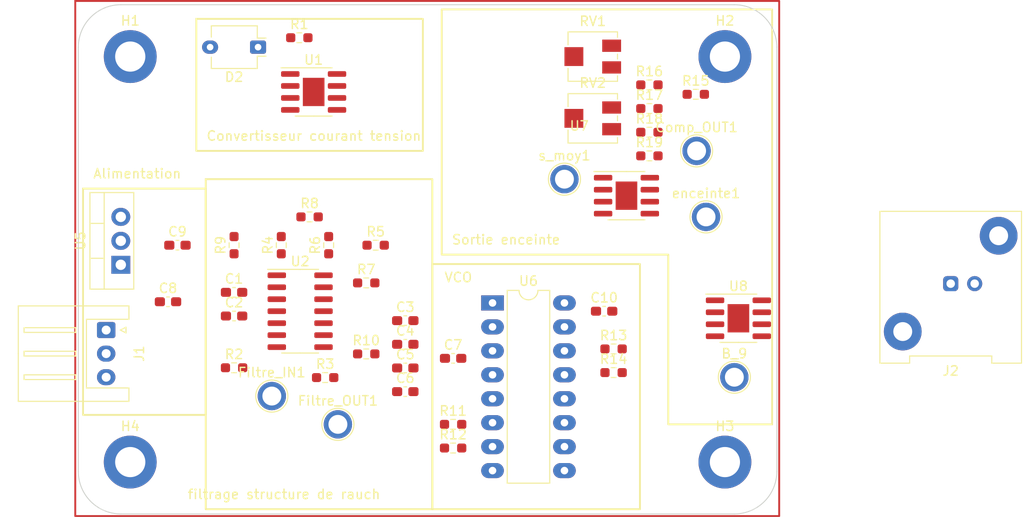
<source format=kicad_pcb>
(kicad_pcb (version 20221018) (generator pcbnew)
  (layers (0 "F.Cu" signal) (1 "In1.Cu" signal) (2 "In2.Cu" signal) (31 "B.Cu" signal) (34 "B.Paste" user) (35 "F.Paste" user) (36 "B.SilkS" user "B.Silkscreen") (37 "F.SilkS" user "F.Silkscreen") (38 "B.Mask" user) (39 "F.Mask" user) (44 "Edge.Cuts" user))
  (net 0 "")
  (net 1 "9")
  (net 2 "Net-(C1-Pad1)")
  (net 3 "Net-(U2A-+)")
  (net 4 "Net-(C2-Pad2)")
  (net 5 "Net-(C3-Pad1)")
  (net 6 "Net-(C3-Pad2)")
  (net 7 "Net-(U2B-+)")
  (net 8 "Net-(C5-Pad1)")
  (net 9 "Vfiltre")
  (net 10 "Net-(U2C-+)")
  (net 11 "Net-(U6-C1)")
  (net 12 "Net-(U6-C2)")
  (net 13 "+15V")
  (net 14 "GND")
  (net 15 "+5V")
  (net 16 "s_moy")
  (net 17 "Vcomp")
  (net 18 "Net-(D2-K)")
  (net 19 "enceinte")
  (net 20 "Vr")
  (net 21 "-15V")
  (net 22 "Net-(U6-R1)")
  (net 23 "Net-(U6-R2)")
  (net 24 "Net-(U6-SFout)")
  (net 25 "Net-(U6-PC1)")
  (net 26 "Net-(U8B-+)")
  (net 27 "Net-(R17-Pad1)")
  (net 28 "Net-(U8B--)")
  (net 29 "Net-(R18-Pad2)")
  (net 32 "VCO_OUT")
  (footprint "Package_TO_SOT_THT:TO-220-3_Vertical" (layer "F.Cu") (at 91 58.08 90)
    (fp_text reference "U5" (at 2.54 -4.27 90) (layer "F.SilkS"))
    (fp_text value "L7805")
    (fp_line (start -2.58 -3.27) (end -2.58 1.371) (stroke (width 0.12)) (layer "F.SilkS"))
    (fp_line (start -2.58 -3.27) (end 7.66 -3.27) (stroke (width 0.12)) (layer "F.SilkS"))
    (fp_line (start -2.58 -1.76) (end 7.66 -1.76) (stroke (width 0.12)) (layer "F.SilkS"))
    (fp_line (start -2.58 1.371) (end 7.66 1.371) (stroke (width 0.12)) (layer "F.SilkS"))
    (fp_line (start 0.69 -3.27) (end 0.69 -1.76) (stroke (width 0.12)) (layer "F.SilkS"))
    (fp_line (start 4.391 -3.27) (end 4.391 -1.76) (stroke (width 0.12)) (layer "F.SilkS"))
    (fp_line (start 7.66 -3.27) (end 7.66 1.371) (stroke (width 0.12)) (layer "F.SilkS"))
    (pad "1" thru_hole rect (at 0 0 90) (size 1.905 2) (drill 1.1) (layers "*.Cu" "*.Mask") (net 13 "+15V"))
    (pad "2" thru_hole oval (at 2.54 0 90) (size 1.905 2) (drill 1.1) (layers "*.Cu" "*.Mask") (net 14 "GND"))
    (pad "3" thru_hole oval (at 5.08 0 90) (size 1.905 2) (drill 1.1) (layers "*.Cu" "*.Mask") (net 15 "+5V"))
  )
  (footprint "Resistor_SMD:R_0603_1608Metric_Pad0.98x0.95mm_HandSolder" (layer "F.Cu") (at 151.9125 40)
    (fp_text reference "R15" (at 0 -1.43) (layer "F.SilkS"))
    (fp_text value "1k")
    (fp_line (start -0.254724 -0.5225) (end 0.254724 -0.5225) (stroke (width 0.12)) (layer "F.SilkS"))
    (fp_line (start -0.254724 0.5225) (end 0.254724 0.5225) (stroke (width 0.12)) (layer "F.SilkS"))
    (pad "1" smd roundrect (at -0.9125 0) (size 0.975 0.95) (layers "F.Cu" "F.Paste" "F.Mask") (net 15 "+5V"))
    (pad "2" smd roundrect (at 0.9125 0) (size 0.975 0.95) (layers "F.Cu" "F.Paste" "F.Mask") (net 17 "Vcomp"))
  )
  (footprint "MountingHole:MountingHole_3.2mm_M3_DIN965_Pad" (layer "F.Cu") (at 155 36)
    (fp_text reference "H2" (at 0 -3.8) (layer "F.SilkS"))
    (fp_text value "MountingHole_Pad")
    (pad "1" thru_hole circle (at 0 0) (size 5.6 5.6) (drill 3.2) (layers "*.Cu" "*.Mask") (net 14 "GND"))
  )
  (footprint "Resistor_SMD:R_0603_1608Metric_Pad0.98x0.95mm_HandSolder" (layer "F.Cu") (at 111 53)
    (fp_text reference "R8" (at 0 -1.43) (layer "F.SilkS"))
    (fp_text value "R")
    (fp_line (start -0.254724 -0.5225) (end 0.254724 -0.5225) (stroke (width 0.12)) (layer "F.SilkS"))
    (fp_line (start -0.254724 0.5225) (end 0.254724 0.5225) (stroke (width 0.12)) (layer "F.SilkS"))
    (pad "1" smd roundrect (at -0.9125 0) (size 0.975 0.95) (layers "F.Cu" "F.Paste" "F.Mask") (net 8 "Net-(C5-Pad1)"))
    (pad "2" smd roundrect (at 0.9125 0) (size 0.975 0.95) (layers "F.Cu" "F.Paste" "F.Mask") (net 6 "Net-(C3-Pad2)"))
  )
  (footprint "Capacitor_SMD:C_0603_1608Metric_Pad1.08x0.95mm_HandSolder" (layer "F.Cu") (at 121.1375 69.02)
    (fp_text reference "C5" (at 0 -1.43) (layer "F.SilkS"))
    (fp_text value "C")
    (fp_line (start -0.146267 -0.51) (end 0.146267 -0.51) (stroke (width 0.12)) (layer "F.SilkS"))
    (fp_line (start -0.146267 0.51) (end 0.146267 0.51) (stroke (width 0.12)) (layer "F.SilkS"))
    (pad "1" smd roundrect (at -0.8625 0) (size 1.075 0.95) (layers "F.Cu" "F.Paste" "F.Mask") (net 8 "Net-(C5-Pad1)"))
    (pad "2" smd roundrect (at 0.8625 0) (size 1.075 0.95) (layers "F.Cu" "F.Paste" "F.Mask") (net 9 "Vfiltre"))
  )
  (footprint "Resistor_SMD:R_0603_1608Metric_Pad0.98x0.95mm_HandSolder" (layer "F.Cu") (at 147 39)
    (fp_text reference "R16" (at 0 -1.43) (layer "F.SilkS"))
    (fp_text value "R")
    (fp_line (start -0.254724 -0.5225) (end 0.254724 -0.5225) (stroke (width 0.12)) (layer "F.SilkS"))
    (fp_line (start -0.254724 0.5225) (end 0.254724 0.5225) (stroke (width 0.12)) (layer "F.SilkS"))
    (pad "1" smd roundrect (at -0.9125 0) (size 0.975 0.95) (layers "F.Cu" "F.Paste" "F.Mask") (net 19 "enceinte"))
    (pad "2" smd roundrect (at 0.9125 0) (size 0.975 0.95) (layers "F.Cu" "F.Paste" "F.Mask") (net 26 "Net-(U8B-+)"))
  )
  (footprint "Resistor_SMD:R_0603_1608Metric_Pad0.98x0.95mm_HandSolder" (layer "F.Cu") (at 143.205 69.51)
    (fp_text reference "R14" (at 0 -1.43) (layer "F.SilkS"))
    (fp_text value "R")
    (fp_line (start -0.254724 -0.5225) (end 0.254724 -0.5225) (stroke (width 0.12)) (layer "F.SilkS"))
    (fp_line (start -0.254724 0.5225) (end 0.254724 0.5225) (stroke (width 0.12)) (layer "F.SilkS"))
    (pad "1" smd roundrect (at -0.9125 0) (size 0.975 0.95) (layers "F.Cu" "F.Paste" "F.Mask") (net 25 "Net-(U6-PC1)"))
    (pad "2" smd roundrect (at 0.9125 0) (size 0.975 0.95) (layers "F.Cu" "F.Paste" "F.Mask") (net 16 "s_moy"))
  )
  (footprint "TestPoint:TestPoint_Plated_Hole_D2.0mm" (layer "F.Cu") (at 107 72)
    (fp_text reference "Filtre_IN1" (at 0 -2.498) (layer "F.SilkS"))
    (fp_text value "TestPoint")
    (fp_circle (center 0 0) (end 0 -1.7) (stroke (width 0.12)) (fill none) (layer "F.SilkS"))
    (pad "1" thru_hole circle (at 0 0) (size 3 3) (drill 2) (layers "*.Cu" "*.Mask") (net 20 "Vr"))
  )
  (footprint "Resistor_SMD:R_0603_1608Metric_Pad0.98x0.95mm_HandSolder" (layer "F.Cu") (at 108 56 90)
    (fp_text reference "R4" (at 0 -1.43 90) (layer "F.SilkS"))
    (fp_text value "R")
    (fp_line (start -0.254724 -0.5225) (end 0.254724 -0.5225) (stroke (width 0.12)) (layer "F.SilkS"))
    (fp_line (start -0.254724 0.5225) (end 0.254724 0.5225) (stroke (width 0.12)) (layer "F.SilkS"))
    (pad "1" smd roundrect (at -0.9125 0 90) (size 0.975 0.95) (layers "F.Cu" "F.Paste" "F.Mask") (net 2 "Net-(C1-Pad1)"))
    (pad "2" smd roundrect (at 0.9125 0 90) (size 0.975 0.95) (layers "F.Cu" "F.Paste" "F.Mask") (net 14 "GND"))
  )
  (footprint "Resistor_SMD:R_0603_1608Metric_Pad0.98x0.95mm_HandSolder" (layer "F.Cu") (at 109.9125 34)
    (fp_text reference "R1" (at 0 -1.43) (layer "F.SilkS"))
    (fp_text value "R")
    (fp_line (start -0.254724 -0.5225) (end 0.254724 -0.5225) (stroke (width 0.12)) (layer "F.SilkS"))
    (fp_line (start -0.254724 0.5225) (end 0.254724 0.5225) (stroke (width 0.12)) (layer "F.SilkS"))
    (pad "1" smd roundrect (at -0.9125 0) (size 0.975 0.95) (layers "F.Cu" "F.Paste" "F.Mask") (net 18 "Net-(D2-K)"))
    (pad "2" smd roundrect (at 0.9125 0) (size 0.975 0.95) (layers "F.Cu" "F.Paste" "F.Mask") (net 20 "Vr"))
  )
  (footprint "Package_SO:SOIC-8-1EP_3.9x4.9mm_P1.27mm_EP2.29x3mm" (layer "F.Cu") (at 111.43 39.75)
    (fp_text reference "U1" (at 0 -3.4) (layer "F.SilkS"))
    (fp_text value "TL081")
    (fp_line (start 0 -2.56) (end -3.45 -2.56) (stroke (width 0.12)) (layer "F.SilkS"))
    (fp_line (start 0 -2.56) (end 1.95 -2.56) (stroke (width 0.12)) (layer "F.SilkS"))
    (fp_line (start 0 2.56) (end -1.95 2.56) (stroke (width 0.12)) (layer "F.SilkS"))
    (fp_line (start 0 2.56) (end 1.95 2.56) (stroke (width 0.12)) (layer "F.SilkS"))
    (pad "1" smd roundrect (at -2.475 -1.905) (size 1.95 0.6) (layers "F.Cu" "F.Paste" "F.Mask"))
    (pad "2" smd roundrect (at -2.475 -0.635) (size 1.95 0.6) (layers "F.Cu" "F.Paste" "F.Mask") (net 18 "Net-(D2-K)"))
    (pad "3" smd roundrect (at -2.475 0.635) (size 1.95 0.6) (layers "F.Cu" "F.Paste" "F.Mask") (net 14 "GND"))
    (pad "4" smd roundrect (at -2.475 1.905) (size 1.95 0.6) (layers "F.Cu" "F.Paste" "F.Mask") (net 21 "-15V"))
    (pad "5" smd roundrect (at 2.475 1.905) (size 1.95 0.6) (layers "F.Cu" "F.Paste" "F.Mask"))
    (pad "6" smd roundrect (at 2.475 0.635) (size 1.95 0.6) (layers "F.Cu" "F.Paste" "F.Mask") (net 20 "Vr"))
    (pad "7" smd roundrect (at 2.475 -0.635) (size 1.95 0.6) (layers "F.Cu" "F.Paste" "F.Mask") (net 13 "+15V"))
    (pad "8" smd roundrect (at 2.475 -1.905) (size 1.95 0.6) (layers "F.Cu" "F.Paste" "F.Mask"))
    (pad "9" smd rect (at 0 0) (size 2.29 3) (layers "F.Cu" "F.Mask"))
  )
  (footprint "Connector_JST:JST_XH_S3B-XH-A_1x03_P2.50mm_Horizontal" (layer "F.Cu") (at 89.45 65 -90)
    (fp_text reference "J1" (at 2.5 -3.5 90) (layer "F.SilkS"))
    (fp_text value "power switch JST")
    (fp_line (start -2.56 -2.41) (end -1.14 -2.41) (stroke (width 0.12)) (layer "F.SilkS"))
    (fp_line (start -2.56 9.31) (end -2.56 -2.41) (stroke (width 0.12)) (layer "F.SilkS"))
    (fp_line (start -1.14 -2.41) (end -1.14 2.09) (stroke (width 0.12)) (layer "F.SilkS"))
    (fp_line (start -1.14 2.09) (end 2.5 2.09) (stroke (width 0.12)) (layer "F.SilkS"))
    (fp_line (start -0.3 -2.1) (end 0.3 -2.1) (stroke (width 0.12)) (layer "F.SilkS"))
    (fp_line (start -0.25 3.2) (end -0.25 8.7) (stroke (width 0.12)) (layer "F.SilkS"))
    (fp_line (start -0.25 8.7) (end 0.25 8.7) (stroke (width 0.12)) (layer "F.SilkS"))
    (fp_line (start 0 -1.5) (end -0.3 -2.1) (stroke (width 0.12)) (layer "F.SilkS"))
    (fp_line (start 0.25 3.2) (end -0.25 3.2) (stroke (width 0.12)) (layer "F.SilkS"))
    (fp_line (start 0.25 8.7) (end 0.25 3.2) (stroke (width 0.12)) (layer "F.SilkS"))
    (fp_line (start 0.3 -2.1) (end 0 -1.5) (stroke (width 0.12)) (layer "F.SilkS"))
    (fp_line (start 2.25 3.2) (end 2.25 8.7) (stroke (width 0.12)) (layer "F.SilkS"))
    (fp_line (start 2.25 8.7) (end 2.75 8.7) (stroke (width 0.12)) (layer "F.SilkS"))
    (fp_line (start 2.5 9.31) (end -2.56 9.31) (stroke (width 0.12)) (layer "F.SilkS"))
    (fp_line (start 2.5 9.31) (end 7.56 9.31) (stroke (width 0.12)) (layer "F.SilkS"))
    (fp_line (start 2.75 3.2) (end 2.25 3.2) (stroke (width 0.12)) (layer "F.SilkS"))
    (fp_line (start 2.75 8.7) (end 2.75 3.2) (stroke (width 0.12)) (layer "F.SilkS"))
    (fp_line (start 4.75 3.2) (end 4.75 8.7) (stroke (width 0.12)) (layer "F.SilkS"))
    (fp_line (start 4.75 8.7) (end 5.25 8.7) (stroke (width 0.12)) (layer "F.SilkS"))
    (fp_line (start 5.25 3.2) (end 4.75 3.2) (stroke (width 0.12)) (layer "F.SilkS"))
    (fp_line (start 5.25 8.7) (end 5.25 3.2) (stroke (width 0.12)) (layer "F.SilkS"))
    (fp_line (start 6.14 -2.41) (end 6.14 2.09) (stroke (width 0.12)) (layer "F.SilkS"))
    (fp_line (start 6.14 2.09) (end 2.5 2.09) (stroke (width 0.12)) (layer "F.SilkS"))
    (fp_line (start 7.56 -2.41) (end 6.14 -2.41) (stroke (width 0.12)) (layer "F.SilkS"))
    (fp_line (start 7.56 9.31) (end 7.56 -2.41) (stroke (width 0.12)) (layer "F.SilkS"))
    (pad "1" thru_hole roundrect (at 0 0 270) (size 1.7 1.95) (drill 0.95) (layers "*.Cu" "*.Mask") (roundrect_rratio 0.147059) (net 21 "-15V"))
    (pad "2" thru_hole oval (at 2.5 0 270) (size 1.7 1.95) (drill 0.95) (layers "*.Cu" "*.Mask") (net 14 "GND"))
    (pad "3" thru_hole oval (at 5 0 270) (size 1.7 1.95) (drill 0.95) (layers "*.Cu" "*.Mask") (net 13 "+15V"))
  )
  (footprint "Resistor_SMD:R_0603_1608Metric_Pad0.98x0.95mm_HandSolder" (layer "F.Cu") (at 147 46.53)
    (fp_text reference "R19" (at 0 -1.43) (layer "F.SilkS"))
    (fp_text value "R")
    (fp_line (start -0.254724 -0.5225) (end 0.254724 -0.5225) (stroke (width 0.12)) (layer "F.SilkS"))
    (fp_line (start -0.254724 0.5225) (end 0.254724 0.5225) (stroke (width 0.12)) (layer "F.SilkS"))
    (pad "1" smd roundrect (at -0.9125 0) (size 0.975 0.95) (layers "F.Cu" "F.Paste" "F.Mask") (net 28 "Net-(U8B--)"))
    (pad "2" smd roundrect (at 0.9125 0) (size 0.975 0.95) (layers "F.Cu" "F.Paste" "F.Mask") (net 1 "9"))
  )
  (footprint "OptoDevice:Osram_DIL2_4.3x4.65mm_P5.08mm" (layer "F.Cu") (at 105.54 35 180)
    (fp_text reference "D2" (at 2.54 -3.17) (layer "F.SilkS"))
    (fp_text value "BP104")
    (fp_line (start 0.08 -2.26) (end 0.08 -0.96) (stroke (width 0.12)) (layer "F.SilkS"))
    (fp_line (start 0.08 -2.26) (end 4.95 -2.26) (stroke (width 0.12)) (layer "F.SilkS"))
    (fp_line (start 0.08 -0.96) (end -0.84 -0.96) (stroke (width 0.12)) (layer "F.SilkS"))
    (fp_line (start 0.08 0.96) (end -0.84 0.96) (stroke (width 0.12)) (layer "F.SilkS"))
    (fp_line (start 0.08 0.96) (end 0.08 2.26) (stroke (width 0.12)) (layer "F.SilkS"))
    (fp_line (start 4.95 -2.26) (end 4.95 -1.06) (stroke (width 0.12)) (layer "F.SilkS"))
    (fp_line (start 4.95 1.06) (end 4.95 2.26) (stroke (width 0.12)) (layer "F.SilkS"))
    (fp_line (start 4.95 2.26) (end 0.08 2.26) (stroke (width 0.12)) (layer "F.SilkS"))
    (pad "1" thru_hole roundrect (at 0 0 180) (size 1.7 1.4) (drill 0.7) (layers "*.Cu" "*.Mask") (roundrect_rratio 0.178) (net 18 "Net-(D2-K)"))
    (pad "2" thru_hole oval (at 5.08 0 180) (size 1.7 1.4) (drill 0.7) (layers "*.Cu" "*.Mask") (net 14 "GND"))
  )
  (footprint "Capacitor_SMD:C_0603_1608Metric_Pad1.08x0.95mm_HandSolder" (layer "F.Cu") (at 121.1375 71.53)
    (fp_text reference "C6" (at 0 -1.43) (layer "F.SilkS"))
    (fp_text value "C")
    (fp_line (start -0.146267 -0.51) (end 0.146267 -0.51) (stroke (width 0.12)) (layer "F.SilkS"))
    (fp_line (start -0.146267 0.51) (end 0.146267 0.51) (stroke (width 0.12)) (layer "F.SilkS"))
    (pad "1" smd roundrect (at -0.8625 0) (size 1.075 0.95) (layers "F.Cu" "F.Paste" "F.Mask") (net 8 "Net-(C5-Pad1)"))
    (pad "2" smd roundrect (at 0.8625 0) (size 1.075 0.95) (layers "F.Cu" "F.Paste" "F.Mask") (net 10 "Net-(U2C-+)"))
  )
  (footprint "TestPoint:TestPoint_Plated_Hole_D2.0mm" (layer "F.Cu") (at 114 75)
    (fp_text reference "Filtre_OUT1" (at 0 -2.498) (layer "F.SilkS"))
    (fp_text value "TestPoint")
    (fp_circle (center 0 0) (end 0 -1.7) (stroke (width 0.12)) (fill none) (layer "F.SilkS"))
    (pad "1" thru_hole circle (at 0 0) (size 3 3) (drill 2) (layers "*.Cu" "*.Mask") (net 9 "Vfiltre"))
  )
  (footprint "Package_SO:SOIC-8-1EP_3.9x4.9mm_P1.27mm_EP2.29x3mm" (layer "F.Cu") (at 144.57 50.75)
    (fp_text reference "U7" (at -5 -7.4) (layer "F.SilkS"))
    (fp_text value "LM311")
    (fp_line (start 0 -2.56) (end -3.45 -2.56) (stroke (width 0.12)) (layer "F.SilkS"))
    (fp_line (start 0 -2.56) (end 1.95 -2.56) (stroke (width 0.12)) (layer "F.SilkS"))
    (fp_line (start 0 2.56) (end -1.95 2.56) (stroke (width 0.12)) (layer "F.SilkS"))
    (fp_line (start 0 2.56) (end 1.95 2.56) (stroke (width 0.12)) (layer "F.SilkS"))
    (pad "1" smd roundrect (at -2.475 -1.905) (size 1.95 0.6) (layers "F.Cu" "F.Paste" "F.Mask") (net 14 "GND"))
    (pad "2" smd roundrect (at -2.475 -0.635) (size 1.95 0.6) (layers "F.Cu" "F.Paste" "F.Mask") (net 9 "Vfiltre"))
    (pad "3" smd roundrect (at -2.475 0.635) (size 1.95 0.6) (layers "F.Cu" "F.Paste" "F.Mask") (net 14 "GND"))
    (pad "4" smd roundrect (at -2.475 1.905) (size 1.95 0.6) (layers "F.Cu" "F.Paste" "F.Mask") (net 21 "-15V"))
    (pad "5" smd roundrect (at 2.475 1.905) (size 1.95 0.6) (layers "F.Cu" "F.Paste" "F.Mask"))
    (pad "6" smd roundrect (at 2.475 0.635) (size 1.95 0.6) (layers "F.Cu" "F.Paste" "F.Mask"))
    (pad "7" smd roundrect (at 2.475 -0.635) (size 1.95 0.6) (layers "F.Cu" "F.Paste" "F.Mask") (net 17 "Vcomp"))
    (pad "8" smd roundrect (at 2.475 -1.905) (size 1.95 0.6) (layers "F.Cu" "F.Paste" "F.Mask") (net 13 "+15V"))
    (pad "9" smd rect (at 0 0) (size 2.29 3) (layers "F.Cu" "F.Mask"))
  )
  (footprint "TestPoint:TestPoint_Plated_Hole_D2.0mm" (layer "F.Cu") (at 156 70)
    (fp_text reference "B_9" (at 0 -2.498) (layer "F.SilkS"))
    (fp_text value "TestPoint")
    (fp_circle (center 0 0) (end 0 -1.7) (stroke (width 0.12)) (fill none) (layer "F.SilkS"))
    (pad "1" thru_hole circle (at 0 0) (size 3 3) (drill 2) (layers "*.Cu" "*.Mask") (net 1 "9"))
  )
  (footprint "Resistor_SMD:R_0603_1608Metric_Pad0.98x0.95mm_HandSolder" (layer "F.Cu") (at 113.02 56 90)
    (fp_text reference "R6" (at 0 -1.43 90) (layer "F.SilkS"))
    (fp_text value "R")
    (fp_line (start -0.254724 -0.5225) (end 0.254724 -0.5225) (stroke (width 0.12)) (layer "F.SilkS"))
    (fp_line (start -0.254724 0.5225) (end 0.254724 0.5225) (stroke (width 0.12)) (layer "F.SilkS"))
    (pad "1" smd roundrect (at -0.9125 0 90) (size 0.975 0.95) (layers "F.Cu" "F.Paste" "F.Mask") (net 5 "Net-(C3-Pad1)"))
    (pad "2" smd roundrect (at 0.9125 0 90) (size 0.975 0.95) (layers "F.Cu" "F.Paste" "F.Mask") (net 14 "GND"))
  )
  (footprint "Capacitor_SMD:C_0603_1608Metric_Pad1.08x0.95mm_HandSolder" (layer "F.Cu") (at 103 61)
    (fp_text reference "C1" (at 0 -1.43) (layer "F.SilkS"))
    (fp_text value "C")
    (fp_line (start -0.146267 -0.51) (end 0.146267 -0.51) (stroke (width 0.12)) (layer "F.SilkS"))
    (fp_line (start -0.146267 0.51) (end 0.146267 0.51) (stroke (width 0.12)) (layer "F.SilkS"))
    (pad "1" smd roundrect (at -0.8625 0) (size 1.075 0.95) (layers "F.Cu" "F.Paste" "F.Mask") (net 2 "Net-(C1-Pad1)"))
    (pad "2" smd roundrect (at 0.8625 0) (size 1.075 0.95) (layers "F.Cu" "F.Paste" "F.Mask") (net 3 "Net-(U2A-+)"))
  )
  (footprint "Capacitor_SMD:C_0603_1608Metric_Pad1.08x0.95mm_HandSolder" (layer "F.Cu") (at 97 56)
    (fp_text reference "C9" (at 0 -1.43) (layer "F.SilkS"))
    (fp_text value "0,1uF")
    (fp_line (start -0.146267 -0.51) (end 0.146267 -0.51) (stroke (width 0.12)) (layer "F.SilkS"))
    (fp_line (start -0.146267 0.51) (end 0.146267 0.51) (stroke (width 0.12)) (layer "F.SilkS"))
    (pad "1" smd roundrect (at -0.8625 0) (size 1.075 0.95) (layers "F.Cu" "F.Paste" "F.Mask") (net 15 "+5V"))
    (pad "2" smd roundrect (at 0.8625 0) (size 1.075 0.95) (layers "F.Cu" "F.Paste" "F.Mask") (net 14 "GND"))
  )
  (footprint "MountingHole:MountingHole_3.2mm_M3_DIN965_Pad" (layer "F.Cu") (at 92 79)
    (fp_text reference "H4" (at 0 -3.8) (layer "F.SilkS"))
    (fp_text value "MountingHole_Pad")
    (pad "1" thru_hole circle (at 0 0) (size 5.6 5.6) (drill 3.2) (layers "*.Cu" "*.Mask") (net 14 "GND"))
  )
  (footprint "MountingHole:MountingHole_3.2mm_M3_DIN965_Pad" (layer "F.Cu") (at 92 36)
    (fp_text reference "H1" (at 0 -3.8) (layer "F.SilkS"))
    (fp_text value "MountingHole_Pad")
    (pad "1" thru_hole circle (at 0 0) (size 5.6 5.6) (drill 3.2) (layers "*.Cu" "*.Mask") (net 14 "GND"))
  )
  (footprint "TestPoint:TestPoint_Plated_Hole_D2.0mm" (layer "F.Cu") (at 153 53)
    (fp_text reference "enceinte1" (at 0 -2.498) (layer "F.SilkS"))
    (fp_text value "TestPoint")
    (fp_circle (center 0 0) (end 0 -1.7) (stroke (width 0.12)) (fill none) (layer "F.SilkS"))
    (pad "1" thru_hole circle (at 0 0) (size 3 3) (drill 2) (layers "*.Cu" "*.Mask") (net 19 "enceinte"))
  )
  (footprint "Capacitor_SMD:C_0603_1608Metric_Pad1.08x0.95mm_HandSolder" (layer "F.Cu") (at 103 63.51)
    (fp_text reference "C2" (at 0 -1.43) (layer "F.SilkS"))
    (fp_text value "C")
    (fp_line (start -0.146267 -0.51) (end 0.146267 -0.51) (stroke (width 0.12)) (layer "F.SilkS"))
    (fp_line (start -0.146267 0.51) (end 0.146267 0.51) (stroke (width 0.12)) (layer "F.SilkS"))
    (pad "1" smd roundrect (at -0.8625 0) (size 1.075 0.95) (layers "F.Cu" "F.Paste" "F.Mask") (net 2 "Net-(C1-Pad1)"))
    (pad "2" smd roundrect (at 0.8625 0) (size 1.075 0.95) (layers "F.Cu" "F.Paste" "F.Mask") (net 4 "Net-(C2-Pad2)"))
  )
  (footprint "Resistor_SMD:R_0603_1608Metric_Pad0.98x0.95mm_HandSolder" (layer "F.Cu") (at 143.205 67)
    (fp_text reference "R13" (at 0 -1.43) (layer "F.SilkS"))
    (fp_text value "R")
    (fp_line (start -0.254724 -0.5225) (end 0.254724 -0.5225) (stroke (width 0.12)) (layer "F.SilkS"))
    (fp_line (start -0.254724 0.5225) (end 0.254724 0.5225) (stroke (width 0.12)) (layer "F.SilkS"))
    (pad "1" smd roundrect (at -0.9125 0) (size 0.975 0.95) (layers "F.Cu" "F.Paste" "F.Mask") (net 24 "Net-(U6-SFout)"))
    (pad "2" smd roundrect (at 0.9125 0) (size 0.975 0.95) (layers "F.Cu" "F.Paste" "F.Mask") (net 14 "GND"))
  )
  (footprint "Resistor_SMD:R_0603_1608Metric_Pad0.98x0.95mm_HandSolder" (layer "F.Cu") (at 112.65 70.04)
    (fp_text reference "R3" (at 0 -1.43) (layer "F.SilkS"))
    (fp_text value "R")
    (fp_line (start -0.254724 -0.5225) (end 0.254724 -0.5225) (stroke (width 0.12)) (layer "F.SilkS"))
    (fp_line (start -0.254724 0.5225) (end 0.254724 0.5225) (stroke (width 0.12)) (layer "F.SilkS"))
    (pad "1" smd roundrect (at -0.9125 0) (size 0.975 0.95) (layers "F.Cu" "F.Paste" "F.Mask") (net 4 "Net-(C2-Pad2)"))
    (pad "2" smd roundrect (at 0.9125 0) (size 0.975 0.95) (layers "F.Cu" "F.Paste" "F.Mask") (net 3 "Net-(U2A-+)"))
  )
  (footprint "Connector_Coaxial:BNC_Amphenol_031-5539_Vertical" (layer "F.Cu") (at 178.92 60.08)
    (fp_text reference "J2" (at 0 9.25 180) (layer "F.SilkS"))
    (fp_text value "Conn_Coaxial")
    (fp_line (start -7.5 -7.67) (end 7.5 -7.67) (stroke (width 0.12)) (layer "F.SilkS"))
    (fp_line (start -7.5 8.43) (end -7.5 -7.67) (stroke (width 0.12)) (layer "F.SilkS"))
    (fp_line (start -4.35 7.67) (end -4.35 8.43) (stroke (width 0.12)) (layer "F.SilkS"))
    (fp_line (start -4.35 8.43) (end -7.5 8.43) (stroke (width 0.12)) (layer "F.SilkS"))
    (fp_line (start 4.35 7.67) (end -4.35 7.67) (stroke (width 0.12)) (layer "F.SilkS"))
    (fp_line (start 4.35 8.43) (end 4.35 7.67) (stroke (width 0.12)) (layer "F.SilkS"))
    (fp_line (start 7.5 -7.67) (end 7.5 8.43) (stroke (width 0.12)) (layer "F.SilkS"))
    (fp_line (start 7.5 8.43) (end 4.35 8.43) (stroke (width 0.12)) (layer "F.SilkS"))
    (pad "" thru_hole circle (at -5.08 5.08 180) (size 4 4) (drill 2) (layers "*.Cu" "*.Mask"))
    (pad "" thru_hole circle (at 5.08 -5.08 180) (size 4 4) (drill 2) (layers "*.Cu" "*.Mask"))
    (pad "1" thru_hole roundrect (at 0 0 180) (size 1.6 1.6) (drill 0.9) (layers "*.Cu" "*.Mask") (net 19 "enceinte"))
    (pad "2" thru_hole circle (at 2.54 0 180) (size 1.6 1.6) (drill 0.9) (layers "*.Cu" "*.Mask") (net 14 "GND"))
  )
  (footprint "Capacitor_SMD:C_0603_1608Metric_Pad1.08x0.95mm_HandSolder" (layer "F.Cu") (at 96 62)
    (fp_text reference "C8" (at 0 -1.43) (layer "F.SilkS"))
    (fp_text value "0,33uF")
    (fp_line (start -0.146267 -0.51) (end 0.146267 -0.51) (stroke (width 0.12)) (layer "F.SilkS"))
    (fp_line (start -0.146267 0.51) (end 0.146267 0.51) (stroke (width 0.12)) (layer "F.SilkS"))
    (pad "1" smd roundrect (at -0.8625 0) (size 1.075 0.95) (layers "F.Cu" "F.Paste" "F.Mask") (net 13 "+15V"))
    (pad "2" smd roundrect (at 0.8625 0) (size 1.075 0.95) (layers "F.Cu" "F.Paste" "F.Mask") (net 14 "GND"))
  )
  (footprint "Resistor_SMD:R_0603_1608Metric_Pad0.98x0.95mm_HandSolder" (layer "F.Cu") (at 126.205 75)
    (fp_text reference "R11" (at 0 -1.43) (layer "F.SilkS"))
    (fp_text value "R")
    (fp_line (start -0.254724 -0.5225) (end 0.254724 -0.5225) (stroke (width 0.12)) (layer "F.SilkS"))
    (fp_line (start -0.254724 0.5225) (end 0.254724 0.5225) (stroke (width 0.12)) (layer "F.SilkS"))
    (pad "1" smd roundrect (at -0.9125 0) (size 0.975 0.95) (layers "F.Cu" "F.Paste" "F.Mask") (net 22 "Net-(U6-R1)"))
    (pad "2" smd roundrect (at 0.9125 0) (size 0.975 0.95) (layers "F.Cu" "F.Paste" "F.Mask") (net 14 "GND"))
  )
  (footprint "Capacitor_SMD:C_0603_1608Metric_Pad1.08x0.95mm_HandSolder" (layer "F.Cu") (at 121.1375 64)
    (fp_text reference "C3" (at 0 -1.43) (layer "F.SilkS"))
    (fp_text value "C")
    (fp_line (start -0.146267 -0.51) (end 0.146267 -0.51) (stroke (width 0.12)) (layer "F.SilkS"))
    (fp_line (start -0.146267 0.51) (end 0.146267 0.51) (stroke (width 0.12)) (layer "F.SilkS"))
    (pad "1" smd roundrect (at -0.8625 0) (size 1.075 0.95) (layers "F.Cu" "F.Paste" "F.Mask") (net 5 "Net-(C3-Pad1)"))
    (pad "2" smd roundrect (at 0.8625 0) (size 1.075 0.95) (layers "F.Cu" "F.Paste" "F.Mask") (net 6 "Net-(C3-Pad2)"))
  )
  (footprint "Resistor_SMD:R_0603_1608Metric_Pad0.98x0.95mm_HandSolder" (layer "F.Cu") (at 117 60)
    (fp_text reference "R7" (at 0 -1.43) (layer "F.SilkS"))
    (fp_text value "R")
    (fp_line (start -0.254724 -0.5225) (end 0.254724 -0.5225) (stroke (width 0.12)) (layer "F.SilkS"))
    (fp_line (start -0.254724 0.5225) (end 0.254724 0.5225) (stroke (width 0.12)) (layer "F.SilkS"))
    (pad "1" smd roundrect (at -0.9125 0) (size 0.975 0.95) (layers "F.Cu" "F.Paste" "F.Mask") (net 6 "Net-(C3-Pad2)"))
    (pad "2" smd roundrect (at 0.9125 0) (size 0.975 0.95) (layers "F.Cu" "F.Paste" "F.Mask") (net 7 "Net-(U2B-+)"))
  )
  (footprint "Potentiometer_SMD:Potentiometer_Vishay_TS53YJ_Vertical" (layer "F.Cu") (at 141 36)
    (fp_text reference "RV1" (at 0 -3.75) (layer "F.SilkS"))
    (fp_text value "R_Potentiometer")
    (fp_line (start -2.62 -2.62) (end -2.62 -1.24) (stroke (width 0.12)) (layer "F.SilkS"))
    (fp_line (start -2.62 -2.62) (end 2.62 -2.62) (stroke (width 0.12)) (layer "F.SilkS"))
    (fp_line (start -2.62 1.24) (end -2.62 2.62) (stroke (width 0.12)) (layer "F.SilkS"))
    (fp_line (start -2.62 2.62) (end 2.62 2.62) (stroke (width 0.12)) (layer "F.SilkS"))
    (fp_line (start 2.62 -2.62) (end 2.62 -2.039) (stroke (width 0.12)) (layer "F.SilkS"))
    (fp_line (start 2.62 -0.26) (end 2.62 0.26) (stroke (width 0.12)) (layer "F.SilkS"))
    (fp_line (start 2.62 2.04) (end 2.62 2.62) (stroke (width 0.12)) (layer "F.SilkS"))
    (pad "1" smd rect (at 2 -1.15) (size 2 1.3) (layers "F.Cu" "F.Paste" "F.Mask") (net 29 "Net-(R18-Pad2)"))
    (pad "2" smd rect (at -2 0) (size 2 2) (layers "F.Cu" "F.Paste" "F.Mask") (net 14 "GND"))
    (pad "3" smd rect (at 2 1.15) (size 2 1.3) (layers "F.Cu" "F.Paste" "F.Mask") (net 14 "GND"))
  )
  (footprint "Resistor_SMD:R_0603_1608Metric_Pad0.98x0.95mm_HandSolder" (layer "F.Cu") (at 118 56)
    (fp_text reference "R5" (at 0 -1.43) (layer "F.SilkS"))
    (fp_text value "R")
    (fp_line (start -0.254724 -0.5225) (end 0.254724 -0.5225) (stroke (width 0.12)) (layer "F.SilkS"))
    (fp_line (start -0.254724 0.5225) (end 0.254724 0.5225) (stroke (width 0.12)) (layer "F.SilkS"))
    (pad "1" smd roundrect (at -0.9125 0) (size 0.975 0.95) (layers "F.Cu" "F.Paste" "F.Mask") (net 5 "Net-(C3-Pad1)"))
    (pad "2" smd roundrect (at 0.9125 0) (size 0.975 0.95) (layers "F.Cu" "F.Paste" "F.Mask") (net 4 "Net-(C2-Pad2)"))
  )
  (footprint "Resistor_SMD:R_0603_1608Metric_Pad0.98x0.95mm_HandSolder" (layer "F.Cu") (at 117 67.53)
    (fp_text reference "R10" (at 0 -1.43) (layer "F.SilkS"))
    (fp_text value "R")
    (fp_line (start -0.254724 -0.5225) (end 0.254724 -0.5225) (stroke (width 0.12)) (layer "F.SilkS"))
    (fp_line (start -0.254724 0.5225) (end 0.254724 0.5225) (stroke (width 0.12)) (layer "F.SilkS"))
    (pad "1" smd roundrect (at -0.9125 0) (size 0.975 0.95) (layers "F.Cu" "F.Paste" "F.Mask") (net 9 "Vfiltre"))
    (pad "2" smd roundrect (at 0.9125 0) (size 0.975 0.95) (layers "F.Cu" "F.Paste" "F.Mask") (net 10 "Net-(U2C-+)"))
  )
  (footprint "Potentiometer_SMD:Potentiometer_Vishay_TS53YJ_Vertical" (layer "F.Cu") (at 141 42.55)
    (fp_text reference "RV2" (at 0 -3.75) (layer "F.SilkS"))
    (fp_text value "R_Potentiometer")
    (fp_line (start -2.62 -2.62) (end -2.62 -1.24) (stroke (width 0.12)) (layer "F.SilkS"))
    (fp_line (start -2.62 -2.62) (end 2.62 -2.62) (stroke (width 0.12)) (layer "F.SilkS"))
    (fp_line (start -2.62 1.24) (end -2.62 2.62) (stroke (width 0.12)) (layer "F.SilkS"))
    (fp_line (start -2.62 2.62) (end 2.62 2.62) (stroke (width 0.12)) (layer "F.SilkS"))
    (fp_line (start 2.62 -2.62) (end 2.62 -2.039) (stroke (width 0.12)) (layer "F.SilkS"))
    (fp_line (start 2.62 -0.26) (end 2.62 0.26) (stroke (width 0.12)) (layer "F.SilkS"))
    (fp_line (start 2.62 2.04) (end 2.62 2.62) (stroke (width 0.12)) (layer "F.SilkS"))
    (pad "1" smd rect (at 2 -1.15) (size 2 1.3) (layers "F.Cu" "F.Paste" "F.Mask") (net 27 "Net-(R17-Pad1)"))
    (pad "2" smd rect (at -2 0) (size 2 2) (layers "F.Cu" "F.Paste" "F.Mask") (net 15 "+5V"))
    (pad "3" smd rect (at 2 1.15) (size 2 1.3) (layers "F.Cu" "F.Paste" "F.Mask") (net 15 "+5V"))
  )
  (footprint "Resistor_SMD:R_0603_1608Metric_Pad0.98x0.95mm_HandSolder" (layer "F.Cu") (at 103 56 90)
    (fp_text reference "R9" (at 0 -1.43 90) (layer "F.SilkS"))
    (fp_text value "R")
    (fp_line (start -0.254724 -0.5225) (end 0.254724 -0.5225) (stroke (width 0.12)) (layer "F.SilkS"))
    (fp_line (start -0.254724 0.5225) (end 0.254724 0.5225) (stroke (width 0.12)) (layer "F.SilkS"))
    (pad "1" smd roundrect (at -0.9125 0 90) (size 0.975 0.95) (layers "F.Cu" "F.Paste" "F.Mask") (net 8 "Net-(C5-Pad1)"))
    (pad "2" smd roundrect (at 0.9125 0 90) (size 0.975 0.95) (layers "F.Cu" "F.Paste" "F.Mask") (net 14 "GND"))
  )
  (footprint "Package_SO:SOIC-8-1EP_3.9x4.9mm_P1.27mm_EP2.29x3mm" (layer "F.Cu") (at 156.43 63.75)
    (fp_text reference "U8" (at 0 -3.4) (layer "F.SilkS"))
    (fp_text value "TL082")
    (fp_line (start 0 -2.56) (end -3.45 -2.56) (stroke (width 0.12)) (layer "F.SilkS"))
    (fp_line (start 0 -2.56) (end 1.95 -2.56) (stroke (width 0.12)) (layer "F.SilkS"))
    (fp_line (start 0 2.56) (end -1.95 2.56) (stroke (width 0.12)) (layer "F.SilkS"))
    (fp_line (start 0 2.56) (end 1.95 2.56) (stroke (width 0.12)) (layer "F.SilkS"))
    (pad "1" smd roundrect (at -2.475 -1.905) (size 1.95 0.6) (layers "F.Cu" "F.Paste" "F.Mask") (net 19 "enceinte"))
    (pad "2" smd roundrect (at -2.475 -0.635) (size 1.95 0.6) (layers "F.Cu" "F.Paste" "F.Mask") (net 19 "enceinte"))
    (pad "3" smd roundrect (at -2.475 0.635) (size 1.95 0.6) (layers "F.Cu" "F.Paste" "F.Mask") (net 16 "s_moy"))
    (pad "4" smd roundrect (at -2.475 1.905) (size 1.95 0.6) (layers "F.Cu" "F.Paste" "F.Mask") (net 21 "-15V"))
    (pad "5" smd roundrect (at 2.475 1.905) (size 1.95 0.6) (layers "F.Cu" "F.Paste" "F.Mask") (net 26 "Net-(U8B-+)"))
    (pad "6" smd roundrect (at 2.475 0.635) (size 1.95 0.6) (layers "F.Cu" "F.Paste" "F.Mask") (net 28 "Net-(U8B--)"))
    (pad "7" smd roundrect (at 2.475 -0.635) (size 1.95 0.6) (layers "F.Cu" "F.Paste" "F.Mask") (net 1 "9"))
    (pad "8" smd roundrect (at 2.475 -1.905) (size 1.95 0.6) (layers "F.Cu" "F.Paste" "F.Mask") (net 13 "+15V"))
    (pad "9" smd rect (at 0 0) (size 2.29 3) (layers "F.Cu" "F.Mask"))
  )
  (footprint "Resistor_SMD:R_0603_1608Metric_Pad0.98x0.95mm_HandSolder" (layer "F.Cu") (at 147 41.51)
    (fp_text reference "R17" (at 0 -1.43) (layer "F.SilkS"))
    (fp_text value "R")
    (fp_line (start -0.254724 -0.5225) (end 0.254724 -0.5225) (stroke (width 0.12)) (layer "F.SilkS"))
    (fp_line (start -0.254724 0.5225) (end 0.254724 0.5225) (stroke (width 0.12)) (layer "F.SilkS"))
    (pad "1" smd roundrect (at -0.9125 0) (size 0.975 0.95) (layers "F.Cu" "F.Paste" "F.Mask") (net 27 "Net-(R17-Pad1)"))
    (pad "2" smd roundrect (at 0.9125 0) (size 0.975 0.95) (layers "F.Cu" "F.Paste" "F.Mask") (net 26 "Net-(U8B-+)"))
  )
  (footprint "TestPoint:TestPoint_Plated_Hole_D2.0mm" (layer "F.Cu") (at 138 49)
    (fp_text reference "s_moy1" (at 0 -2.498) (layer "F.SilkS"))
    (fp_text value "TestPoint")
    (fp_circle (center 0 0) (end 0 -1.7) (stroke (width 0.12)) (fill none) (layer "F.SilkS"))
    (pad "1" thru_hole circle (at 0 0) (size 3 3) (drill 2) (layers "*.Cu" "*.Mask") (net 16 "s_moy"))
  )
  (footprint "MountingHole:MountingHole_3.2mm_M3_DIN965_Pad" (layer "F.Cu") (at 155 79)
    (fp_text reference "H3" (at 0 -3.8) (layer "F.SilkS"))
    (fp_text value "MountingHole_Pad")
    (pad "1" thru_hole circle (at 0 0) (size 5.6 5.6) (drill 3.2) (layers "*.Cu" "*.Mask") (net 14 "GND"))
  )
  (footprint "Resistor_SMD:R_0603_1608Metric_Pad0.98x0.95mm_HandSolder" (layer "F.Cu") (at 126.205 77.51)
    (fp_text reference "R12" (at 0 -1.43) (layer "F.SilkS"))
    (fp_text value "R")
    (fp_line (start -0.254724 -0.5225) (end 0.254724 -0.5225) (stroke (width 0.12)) (layer "F.SilkS"))
    (fp_line (start -0.254724 0.5225) (end 0.254724 0.5225) (stroke (width 0.12)) (layer "F.SilkS"))
    (pad "1" smd roundrect (at -0.9125 0) (size 0.975 0.95) (layers "F.Cu" "F.Paste" "F.Mask") (net 23 "Net-(U6-R2)"))
    (pad "2" smd roundrect (at 0.9125 0) (size 0.975 0.95) (layers "F.Cu" "F.Paste" "F.Mask") (net 14 "GND"))
  )
  (footprint "Capacitor_SMD:C_0603_1608Metric_Pad1.08x0.95mm_HandSolder" (layer "F.Cu") (at 126.205 68)
    (fp_text reference "C7" (at 0 -1.43) (layer "F.SilkS"))
    (fp_text value "C")
    (fp_line (start -0.146267 -0.51) (end 0.146267 -0.51) (stroke (width 0.12)) (layer "F.SilkS"))
    (fp_line (start -0.146267 0.51) (end 0.146267 0.51) (stroke (width 0.12)) (layer "F.SilkS"))
    (pad "1" smd roundrect (at -0.8625 0) (size 1.075 0.95) (layers "F.Cu" "F.Paste" "F.Mask") (net 11 "Net-(U6-C1)"))
    (pad "2" smd roundrect (at 0.8625 0) (size 1.075 0.95) (layers "F.Cu" "F.Paste" "F.Mask") (net 12 "Net-(U6-C2)"))
  )
  (footprint "Capacitor_SMD:C_0603_1608Metric_Pad1.08x0.95mm_HandSolder" (layer "F.Cu") (at 142.205 63)
    (fp_text reference "C10" (at 0 -1.43) (layer "F.SilkS"))
    (fp_text value "C")
    (fp_line (start -0.146267 -0.51) (end 0.146267 -0.51) (stroke (width 0.12)) (layer "F.SilkS"))
    (fp_line (start -0.146267 0.51) (end 0.146267 0.51) (stroke (width 0.12)) (layer "F.SilkS"))
    (pad "1" smd roundrect (at -0.8625 0) (size 1.075 0.95) (layers "F.Cu" "F.Paste" "F.Mask") (net 14 "GND"))
    (pad "2" smd roundrect (at 0.8625 0) (size 1.075 0.95) (layers "F.Cu" "F.Paste" "F.Mask") (net 16 "s_moy"))
  )
  (footprint "TestPoint:TestPoint_Plated_Hole_D2.0mm" (layer "F.Cu") (at 152 46)
    (fp_text reference "Comp_OUT1" (at 0 -2.498) (layer "F.SilkS"))
    (fp_text value "TestPoint")
    (fp_circle (center 0 0) (end 0 -1.7) (stroke (width 0.12)) (fill none) (layer "F.SilkS"))
    (pad "1" thru_hole circle (at 0 0) (size 3 3) (drill 2) (layers "*.Cu" "*.Mask") (net 17 "Vcomp"))
  )
  (footprint "Package_SO:SOIC-14_3.9x8.7mm_P1.27mm" (layer "F.Cu") (at 110 63)
    (fp_text reference "U2" (at 0 -5.28) (layer "F.SilkS"))
    (fp_text value "TL084")
    (fp_line (start 0 -4.435) (end -3.45 -4.435) (stroke (width 0.12)) (layer "F.SilkS"))
    (fp_line (start 0 -4.435) (end 1.95 -4.435) (stroke (width 0.12)) (layer "F.SilkS"))
    (fp_line (start 0 4.435) (end -1.95 4.435) (stroke (width 0.12)) (layer "F.SilkS"))
    (fp_line (start 0 4.435) (end 1.95 4.435) (stroke (width 0.12)) (layer "F.SilkS"))
    (pad "1" smd roundrect (at -2.475 -3.81) (size 1.95 0.6) (layers "F.Cu" "F.Paste" "F.Mask") (net 4 "Net-(C2-Pad2)"))
    (pad "2" smd roundrect (at -2.475 -2.54) (size 1.95 0.6) (layers "F.Cu" "F.Paste" "F.Mask") (net 14 "GND"))
    (pad "3" smd roundrect (at -2.475 -1.27) (size 1.95 0.6) (layers "F.Cu" "F.Paste" "F.Mask") (net 3 "Net-(U2A-+)"))
    (pad "4" smd roundrect (at -2.475 0) (size 1.95 0.6) (layers "F.Cu" "F.Paste" "F.Mask") (net 13 "+15V"))
    (pad "5" smd roundrect (at -2.475 1.27) (size 1.95 0.6) (layers "F.Cu" "F.Paste" "F.Mask") (net 7 "Net-(U2B-+)"))
    (pad "6" smd roundrect (at -2.475 2.54) (size 1.95 0.6) (layers "F.Cu" "F.Paste" "F.Mask") (net 14 "GND"))
    (pad "7" smd roundrect (at -2.475 3.81) (size 1.95 0.6) (layers "F.Cu" "F.Paste" "F.Mask") (net 6 "Net-(C3-Pad2)"))
    (pad "8" smd roundrect (at 2.475 3.81) (size 1.95 0.6) (layers "F.Cu" "F.Paste" "F.Mask") (net 9 "Vfiltre"))
    (pad "9" smd roundrect (at 2.475 2.54) (size 1.95 0.6) (layers "F.Cu" "F.Paste" "F.Mask") (net 14 "GND"))
    (pad "10" smd roundrect (at 2.475 1.27) (size 1.95 0.6) (layers "F.Cu" "F.Paste" "F.Mask") (net 10 "Net-(U2C-+)"))
    (pad "11" smd roundrect (at 2.475 0) (size 1.95 0.6) (layers "F.Cu" "F.Paste" "F.Mask") (net 21 "-15V"))
    (pad "12" smd roundrect (at 2.475 -1.27) (size 1.95 0.6) (layers "F.Cu" "F.Paste" "F.Mask"))
    (pad "13" smd roundrect (at 2.475 -2.54) (size 1.95 0.6) (layers "F.Cu" "F.Paste" "F.Mask"))
    (pad "14" smd roundrect (at 2.475 -3.81) (size 1.95 0.6) (layers "F.Cu" "F.Paste" "F.Mask"))
  )
  (footprint "Package_DIP:DIP-16_W7.62mm_LongPads" (layer "F.Cu") (at 130.38 62.125)
    (fp_text reference "U6" (at 3.81 -2.33) (layer "F.SilkS"))
    (fp_text value "4046")
    (fp_line (start 1.56 -1.33) (end 1.56 19.11) (stroke (width 0.12)) (layer "F.SilkS"))
    (fp_line (start 1.56 19.11) (end 6.06 19.11) (stroke (width 0.12)) (layer "F.SilkS"))
    (fp_line (start 2.81 -1.33) (end 1.56 -1.33) (stroke (width 0.12)) (layer "F.SilkS"))
    (fp_line (start 6.06 -1.33) (end 4.81 -1.33) (stroke (width 0.12)) (layer "F.SilkS"))
    (fp_line (start 6.06 19.11) (end 6.06 -1.33) (stroke (width 0.12)) (layer "F.SilkS"))
    (fp_arc (start 4.81 -1.33) (mid 3.81 -0.33) (end 2.81 -1.33) (stroke (width 0.12)) (layer "F.SilkS"))
    (pad "1" thru_hole rect (at 0 0) (size 2.4 1.6) (drill 0.8) (layers "*.Cu" "*.Mask"))
    (pad "2" thru_hole oval (at 0 2.54) (size 2.4 1.6) (drill 0.8) (layers "*.Cu" "*.Mask") (net 25 "Net-(U6-PC1)"))
    (pad "3" thru_hole oval (at 0 5.08) (size 2.4 1.6) (drill 0.8) (layers "*.Cu" "*.Mask") (net 32 "VCO_OUT"))
    (pad "4" thru_hole oval (at 0 7.62) (size 2.4 1.6) (drill 0.8) (layers "*.Cu" "*.Mask") (net 32 "VCO_OUT"))
    (pad "5" thru_hole oval (at 0 10.16) (size 2.4 1.6) (drill 0.8) (layers "*.Cu" "*.Mask"))
    (pad "6" thru_hole oval (at 0 12.7) (size 2.4 1.6) (drill 0.8) (layers "*.Cu" "*.Mask") (net 11 "Net-(U6-C1)"))
    (pad "7" thru_hole oval (at 0 15.24) (size 2.4 1.6) (drill 0.8) (layers "*.Cu" "*.Mask") (net 12 "Net-(U6-C2)"))
    (pad "8" thru_hole oval (at 0 17.78) (size 2.4 1.6) (drill 0.8) (layers "*.Cu" "*.Mask") (net 14 "GND"))
    (pad "9" thru_hole oval (at 7.62 17.78) (size 2.4 1.6) (drill 0.8) (layers "*.Cu" "*.Mask") (net 1 "9"))
    (pad "10" thru_hole oval (at 7.62 15.24) (size 2.4 1.6) (drill 0.8) (layers "*.Cu" "*.Mask") (net 24 "Net-(U6-SFout)"))
    (pad "11" thru_hole oval (at 7.62 12.7) (size 2.4 1.6) (drill 0.8) (layers "*.Cu" "*.Mask") (net 22 "Net-(U6-R1)"))
    (pad "12" thru_hole oval (at 7.62 10.16) (size 2.4 1.6) (drill 0.8) (layers "*.Cu" "*.Mask") (net 23 "Net-(U6-R2)"))
    (pad "13" thru_hole oval (at 7.62 7.62) (size 2.4 1.6) (drill 0.8) (layers "*.Cu" "*.Mask"))
    (pad "14" thru_hole oval (at 7.62 5.08) (size 2.4 1.6) (drill 0.8) (layers "*.Cu" "*.Mask") (net 17 "Vcomp"))
    (pad "15" thru_hole oval (at 7.62 2.54) (size 2.4 1.6) (drill 0.8) (layers "*.Cu" "*.Mask"))
    (pad "16" thru_hole oval (at 7.62 0) (size 2.4 1.6) (drill 0.8) (layers "*.Cu" "*.Mask") (net 15 "+5V"))
  )
  (footprint "Resistor_SMD:R_0603_1608Metric_Pad0.98x0.95mm_HandSolder" (layer "F.Cu") (at 147 44.02)
    (fp_text reference "R18" (at 0 -1.43) (layer "F.SilkS"))
    (fp_text value "R")
    (fp_line (start -0.254724 -0.5225) (end 0.254724 -0.5225) (stroke (width 0.12)) (layer "F.SilkS"))
    (fp_line (start -0.254724 0.5225) (end 0.254724 0.5225) (stroke (width 0.12)) (layer "F.SilkS"))
    (pad "1" smd roundrect (at -0.9125 0) (size 0.975 0.95) (layers "F.Cu" "F.Paste" "F.Mask") (net 28 "Net-(U8B--)"))
    (pad "2" smd roundrect (at 0.9125 0) (size 0.975 0.95) (layers "F.Cu" "F.Paste" "F.Mask") (net 29 "Net-(R18-Pad2)"))
  )
  (footprint "Capacitor_SMD:C_0603_1608Metric_Pad1.08x0.95mm_HandSolder" (layer "F.Cu") (at 121.1375 66.51)
    (fp_text reference "C4" (at 0 -1.43) (layer "F.SilkS"))
    (fp_text value "C")
    (fp_line (start -0.146267 -0.51) (end 0.146267 -0.51) (stroke (width 0.12)) (layer "F.SilkS"))
    (fp_line (start -0.146267 0.51) (end 0.146267 0.51) (stroke (width 0.12)) (layer "F.SilkS"))
    (pad "1" smd roundrect (at -0.8625 0) (size 1.075 0.95) (layers "F.Cu" "F.Paste" "F.Mask") (net 5 "Net-(C3-Pad1)"))
    (pad "2" smd roundrect (at 0.8625 0) (size 1.075 0.95) (layers "F.Cu" "F.Paste" "F.Mask") (net 7 "Net-(U2B-+)"))
  )
  (footprint "Resistor_SMD:R_0603_1608Metric_Pad0.98x0.95mm_HandSolder" (layer "F.Cu") (at 103 69)
    (fp_text reference "R2" (at 0 -1.43) (layer "F.SilkS"))
    (fp_text value "R")
    (fp_line (start -0.254724 -0.5225) (end 0.254724 -0.5225) (stroke (width 0.12)) (layer "F.SilkS"))
    (fp_line (start -0.254724 0.5225) (end 0.254724 0.5225) (stroke (width 0.12)) (layer "F.SilkS"))
    (pad "1" smd roundrect (at -0.9125 0) (size 0.975 0.95) (layers "F.Cu" "F.Paste" "F.Mask") (net 2 "Net-(C1-Pad1)"))
    (pad "2" smd roundrect (at 0.9125 0) (size 0.975 0.95) (layers "F.Cu" "F.Paste" "F.Mask") (net 20 "Vr"))
  )
  (gr_rect (start 86.175 30.1) (end 160.75 84.725) (stroke (width 0.2)) (fill none) (layer "F.Cu"))
  (gr_rect (start 124 58) (end 146 84) (stroke (width 0.2)) (fill none) (layer "F.SilkS"))
  (gr_rect (start 87 50) (end 100 74) (stroke (width 0.2)) (fill none) (layer "F.SilkS"))
  (gr_rect (start 99 32) (end 123 46) (stroke (width 0.2)) (fill none) (layer "F.SilkS"))
  (gr_poly (pts (xy 125 31) (xy 160 31) (xy 160 75) (xy 149 75) (xy 149 57) (xy 125 57)) (stroke (width 0.2)) (fill none) (layer "F.SilkS"))
  (gr_rect (start 100 49) (end 124 84) (stroke (width 0.2)) (fill none) (layer "F.SilkS"))
  (gr_line (start 91 84.5) (end 156 84.5) (stroke (width 0.1)) (layer "Edge.Cuts"))
  (gr_line (start 91 30.5) (end 156 30.5) (stroke (width 0.1)) (layer "Edge.Cuts"))
  (gr_arc (start 156 30.5) (mid 159.180671 31.819329) (end 160.5 35) (stroke (width 0.1)) (layer "Edge.Cuts"))
  (gr_arc (start 91 84.5) (mid 87.819329 83.180671) (end 86.5 80) (stroke (width 0.1)) (layer "Edge.Cuts"))
  (gr_arc (start 160.5 80) (mid 159.180671 83.180671) (end 156 84.5) (stroke (width 0.1)) (layer "Edge.Cuts"))
  (gr_line (start 86.5 35) (end 86.5 80) (stroke (width 0.1)) (layer "Edge.Cuts"))
  (gr_line (start 160.5 35) (end 160.5 80) (stroke (width 0.1)) (layer "Edge.Cuts"))
  (gr_arc (start 86.5 35) (mid 87.819328 31.819328) (end 91 30.5) (stroke (width 0.1)) (layer "Edge.Cuts"))
  (gr_text "VCO" (at 125.205 60) (layer "F.SilkS") (effects (font (size 1 1)) (justify left bottom)))
  (gr_text "Alimentation" (at 88 49) (layer "F.SilkS") (effects (font (size 1 1)) (justify left bottom)))
  (gr_text "filtrage structure de rauch" (at 98 83) (layer "F.SilkS") (effects (font (size 1 1)) (justify left bottom)))
  (gr_text "Sortie enceinte" (at 126 56) (layer "F.SilkS") (effects (font (size 1 1)) (justify left bottom)))
  (gr_text "Convertisseur courant tension" (at 100 45) (layer "F.SilkS") (effects (font (size 1 1)) (justify left bottom)))
)
</source>
